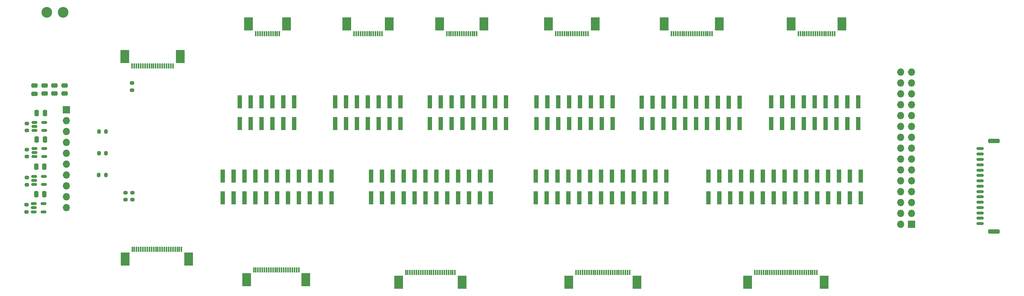
<source format=gts>
G04 #@! TF.GenerationSoftware,KiCad,Pcbnew,8.0.3*
G04 #@! TF.CreationDate,2025-06-28T13:49:22+03:00*
G04 #@! TF.ProjectId,Camera_Expansion_Board_V2.0,43616d65-7261-45f4-9578-70616e73696f,rev?*
G04 #@! TF.SameCoordinates,Original*
G04 #@! TF.FileFunction,Soldermask,Top*
G04 #@! TF.FilePolarity,Negative*
%FSLAX46Y46*%
G04 Gerber Fmt 4.6, Leading zero omitted, Abs format (unit mm)*
G04 Created by KiCad (PCBNEW 8.0.3) date 2025-06-28 13:49:22*
%MOMM*%
%LPD*%
G01*
G04 APERTURE LIST*
G04 Aperture macros list*
%AMRoundRect*
0 Rectangle with rounded corners*
0 $1 Rounding radius*
0 $2 $3 $4 $5 $6 $7 $8 $9 X,Y pos of 4 corners*
0 Add a 4 corners polygon primitive as box body*
4,1,4,$2,$3,$4,$5,$6,$7,$8,$9,$2,$3,0*
0 Add four circle primitives for the rounded corners*
1,1,$1+$1,$2,$3*
1,1,$1+$1,$4,$5*
1,1,$1+$1,$6,$7*
1,1,$1+$1,$8,$9*
0 Add four rect primitives between the rounded corners*
20,1,$1+$1,$2,$3,$4,$5,0*
20,1,$1+$1,$4,$5,$6,$7,0*
20,1,$1+$1,$6,$7,$8,$9,0*
20,1,$1+$1,$8,$9,$2,$3,0*%
G04 Aperture macros list end*
%ADD10RoundRect,0.250000X0.250000X0.475000X-0.250000X0.475000X-0.250000X-0.475000X0.250000X-0.475000X0*%
%ADD11RoundRect,0.150000X-0.512500X-0.150000X0.512500X-0.150000X0.512500X0.150000X-0.512500X0.150000X0*%
%ADD12RoundRect,0.200000X0.200000X0.275000X-0.200000X0.275000X-0.200000X-0.275000X0.200000X-0.275000X0*%
%ADD13R,1.000000X3.150000*%
%ADD14R,0.300000X1.250000*%
%ADD15R,2.000000X3.150000*%
%ADD16C,2.500000*%
%ADD17RoundRect,0.250000X-0.475000X0.250000X-0.475000X-0.250000X0.475000X-0.250000X0.475000X0.250000X0*%
%ADD18R,1.700000X1.700000*%
%ADD19O,1.700000X1.700000*%
%ADD20RoundRect,0.200000X-0.275000X0.200000X-0.275000X-0.200000X0.275000X-0.200000X0.275000X0.200000X0*%
%ADD21RoundRect,0.200000X0.275000X-0.200000X0.275000X0.200000X-0.275000X0.200000X-0.275000X-0.200000X0*%
%ADD22RoundRect,0.150000X0.700000X-0.150000X0.700000X0.150000X-0.700000X0.150000X-0.700000X-0.150000X0*%
%ADD23RoundRect,0.250000X1.100000X-0.250000X1.100000X0.250000X-1.100000X0.250000X-1.100000X-0.250000X0*%
G04 APERTURE END LIST*
D10*
X34936250Y-101458750D03*
X33036250Y-101458750D03*
D11*
X32628750Y-84698750D03*
X32628750Y-85648750D03*
X32628750Y-86598750D03*
X34903750Y-86598750D03*
X34903750Y-84698750D03*
D12*
X49308750Y-86816250D03*
X47658750Y-86816250D03*
D13*
X197233750Y-79931250D03*
X197233750Y-84981250D03*
X194693750Y-79931250D03*
X194693750Y-84981250D03*
X192153750Y-79931250D03*
X192153750Y-84981250D03*
X189613750Y-79931250D03*
X189613750Y-84981250D03*
X187073750Y-79931250D03*
X187073750Y-84981250D03*
X184533750Y-79931250D03*
X184533750Y-84981250D03*
X181993750Y-79931250D03*
X181993750Y-84981250D03*
X179453750Y-79931250D03*
X179453750Y-84981250D03*
X176913750Y-79931250D03*
X176913750Y-84981250D03*
X174373750Y-79931250D03*
X174373750Y-84981250D03*
D14*
X200773750Y-119796250D03*
X201273750Y-119796250D03*
X201773750Y-119796250D03*
X202273750Y-119796250D03*
X202773750Y-119796250D03*
X203273750Y-119796250D03*
X203773750Y-119796250D03*
X204273750Y-119796250D03*
X204773750Y-119796250D03*
X205273750Y-119796250D03*
X205773750Y-119796250D03*
X206273750Y-119796250D03*
X206773750Y-119796250D03*
X207273750Y-119796250D03*
X207773750Y-119796250D03*
X208273750Y-119796250D03*
X208773750Y-119796250D03*
X209273750Y-119796250D03*
X209773750Y-119796250D03*
X210273750Y-119796250D03*
X210773750Y-119796250D03*
X211273750Y-119796250D03*
X211773750Y-119796250D03*
X212273750Y-119796250D03*
X212773750Y-119796250D03*
X213273750Y-119796250D03*
X213773750Y-119796250D03*
X214273750Y-119796250D03*
X214773750Y-119796250D03*
X215273750Y-119796250D03*
D15*
X199083750Y-122046250D03*
X216963750Y-122046250D03*
D16*
X39308750Y-59001250D03*
X35498750Y-59001250D03*
D13*
X111190000Y-102333750D03*
X111190000Y-97283750D03*
X113730000Y-102333750D03*
X113730000Y-97283750D03*
X116270000Y-102333750D03*
X116270000Y-97283750D03*
X118810000Y-102333750D03*
X118810000Y-97283750D03*
X121350000Y-102333750D03*
X121350000Y-97283750D03*
X123890000Y-102333750D03*
X123890000Y-97283750D03*
X126430000Y-102333750D03*
X126430000Y-97283750D03*
X128970000Y-102333750D03*
X128970000Y-97283750D03*
X131510000Y-102333750D03*
X131510000Y-97283750D03*
X134050000Y-102333750D03*
X134050000Y-97283750D03*
X136590000Y-102333750D03*
X136590000Y-97283750D03*
X139130000Y-102333750D03*
X139130000Y-97283750D03*
D17*
X34956250Y-76068750D03*
X34956250Y-77968750D03*
D11*
X32548750Y-97328750D03*
X32548750Y-98278750D03*
X32548750Y-99228750D03*
X34823750Y-99228750D03*
X34823750Y-97328750D03*
D12*
X49278750Y-96996250D03*
X47628750Y-96996250D03*
D13*
X189920000Y-102333750D03*
X189920000Y-97283750D03*
X192460000Y-102333750D03*
X192460000Y-97283750D03*
X195000000Y-102333750D03*
X195000000Y-97283750D03*
X197540000Y-102333750D03*
X197540000Y-97283750D03*
X200080000Y-102333750D03*
X200080000Y-97283750D03*
X202620000Y-102333750D03*
X202620000Y-97283750D03*
X205160000Y-102333750D03*
X205160000Y-97283750D03*
X207700000Y-102333750D03*
X207700000Y-97283750D03*
X210240000Y-102333750D03*
X210240000Y-97283750D03*
X212780000Y-102333750D03*
X212780000Y-97283750D03*
X215320000Y-102333750D03*
X215320000Y-97283750D03*
X217860000Y-102333750D03*
X217860000Y-97283750D03*
X220400000Y-102333750D03*
X220400000Y-97283750D03*
X222940000Y-102333750D03*
X222940000Y-97283750D03*
X225480000Y-102333750D03*
X225480000Y-97283750D03*
D12*
X49328750Y-91926250D03*
X47678750Y-91926250D03*
D17*
X39616250Y-76078750D03*
X39616250Y-77978750D03*
D14*
X83803750Y-119196250D03*
X84303750Y-119196250D03*
X84803750Y-119196250D03*
X85303750Y-119196250D03*
X85803750Y-119196250D03*
X86303750Y-119196250D03*
X86803750Y-119196250D03*
X87303750Y-119196250D03*
X87803750Y-119196250D03*
X88303750Y-119196250D03*
X88803750Y-119196250D03*
X89303750Y-119196250D03*
X89803750Y-119196250D03*
X90303750Y-119196250D03*
X90803750Y-119196250D03*
X91303750Y-119196250D03*
X91803750Y-119196250D03*
X92303750Y-119196250D03*
X92803750Y-119196250D03*
X93303750Y-119196250D03*
X93803750Y-119196250D03*
X94303750Y-119196250D03*
D15*
X82113750Y-121446250D03*
X95993750Y-121446250D03*
D18*
X237338750Y-108503750D03*
D19*
X234798750Y-108503750D03*
X237338750Y-105963750D03*
X234798750Y-105963750D03*
X237338750Y-103423750D03*
X234798750Y-103423750D03*
X237338750Y-100883750D03*
X234798750Y-100883750D03*
X237338750Y-98343750D03*
X234798750Y-98343750D03*
X237338750Y-95803750D03*
X234798750Y-95803750D03*
X237338750Y-93263750D03*
X234798750Y-93263750D03*
X237338750Y-90723750D03*
X234798750Y-90723750D03*
X237338750Y-88183750D03*
X234798750Y-88183750D03*
X237338750Y-85643750D03*
X234798750Y-85643750D03*
X237338750Y-83103750D03*
X234798750Y-83103750D03*
X237338750Y-80563750D03*
X234798750Y-80563750D03*
X237338750Y-78023750D03*
X234798750Y-78023750D03*
X237338750Y-75483750D03*
X234798750Y-75483750D03*
X237338750Y-72943750D03*
X234798750Y-72943750D03*
D10*
X35036250Y-88708750D03*
X33136250Y-88708750D03*
D18*
X40046250Y-81738750D03*
D19*
X40046250Y-84278750D03*
X40046250Y-86818750D03*
X40046250Y-89358750D03*
X40046250Y-91898750D03*
X40046250Y-94438750D03*
X40046250Y-96978750D03*
X40046250Y-99518750D03*
X40046250Y-102058750D03*
X40046250Y-104598750D03*
D13*
X167558750Y-79891250D03*
X167558750Y-84941250D03*
X165018750Y-79891250D03*
X165018750Y-84941250D03*
X162478750Y-79891250D03*
X162478750Y-84941250D03*
X159938750Y-79891250D03*
X159938750Y-84941250D03*
X157398750Y-79891250D03*
X157398750Y-84941250D03*
X154858750Y-79891250D03*
X154858750Y-84941250D03*
X152318750Y-79891250D03*
X152318750Y-84941250D03*
X149778750Y-79891250D03*
X149778750Y-84941250D03*
D14*
X190798750Y-63931250D03*
X190298750Y-63931250D03*
X189798750Y-63931250D03*
X189298750Y-63931250D03*
X188798750Y-63931250D03*
X188298750Y-63931250D03*
X187798750Y-63931250D03*
X187298750Y-63931250D03*
X186798750Y-63931250D03*
X186298750Y-63931250D03*
X185798750Y-63931250D03*
X185298750Y-63931250D03*
X184798750Y-63931250D03*
X184298750Y-63931250D03*
X183798750Y-63931250D03*
X183298750Y-63931250D03*
X182798750Y-63931250D03*
X182298750Y-63931250D03*
X181798750Y-63931250D03*
X181298750Y-63931250D03*
D15*
X192488750Y-61681250D03*
X179608750Y-61681250D03*
D13*
X118053750Y-79911250D03*
X118053750Y-84961250D03*
X115513750Y-79911250D03*
X115513750Y-84961250D03*
X112973750Y-79911250D03*
X112973750Y-84961250D03*
X110433750Y-79911250D03*
X110433750Y-84961250D03*
X107893750Y-79911250D03*
X107893750Y-84961250D03*
X105353750Y-79911250D03*
X105353750Y-84961250D03*
X102813750Y-79911250D03*
X102813750Y-84961250D03*
D14*
X55443750Y-114361250D03*
X55943750Y-114361250D03*
X56443750Y-114361250D03*
X56943750Y-114361250D03*
X57443750Y-114361250D03*
X57943750Y-114361250D03*
X58443750Y-114361250D03*
X58943750Y-114361250D03*
X59443750Y-114361250D03*
X59943750Y-114361250D03*
X60443750Y-114361250D03*
X60943750Y-114361250D03*
X61443750Y-114361250D03*
X61943750Y-114361250D03*
X62443750Y-114361250D03*
X62943750Y-114361250D03*
X63443750Y-114361250D03*
X63943750Y-114361250D03*
X64443750Y-114361250D03*
X64943750Y-114361250D03*
X65443750Y-114361250D03*
X65943750Y-114361250D03*
X66443750Y-114361250D03*
X66943750Y-114361250D03*
D15*
X53753750Y-116611250D03*
X68633750Y-116611250D03*
D13*
X93263750Y-79891250D03*
X93263750Y-84941250D03*
X90723750Y-79891250D03*
X90723750Y-84941250D03*
X88183750Y-79891250D03*
X88183750Y-84941250D03*
X85643750Y-79891250D03*
X85643750Y-84941250D03*
X83103750Y-79891250D03*
X83103750Y-84941250D03*
X80563750Y-79891250D03*
X80563750Y-84941250D03*
D11*
X32601250Y-90788750D03*
X32601250Y-91738750D03*
X32601250Y-92688750D03*
X34876250Y-92688750D03*
X34876250Y-90788750D03*
D13*
X149640000Y-102333750D03*
X149640000Y-97283750D03*
X152180000Y-102333750D03*
X152180000Y-97283750D03*
X154720000Y-102333750D03*
X154720000Y-97283750D03*
X157260000Y-102333750D03*
X157260000Y-97283750D03*
X159800000Y-102333750D03*
X159800000Y-97283750D03*
X162340000Y-102333750D03*
X162340000Y-97283750D03*
X164880000Y-102333750D03*
X164880000Y-97283750D03*
X167420000Y-102333750D03*
X167420000Y-97283750D03*
X169960000Y-102333750D03*
X169960000Y-97283750D03*
X172500000Y-102333750D03*
X172500000Y-97283750D03*
X175040000Y-102333750D03*
X175040000Y-97283750D03*
X177580000Y-102333750D03*
X177580000Y-97283750D03*
X180120000Y-102333750D03*
X180120000Y-97283750D03*
D10*
X35046250Y-82548750D03*
X33146250Y-82548750D03*
D13*
X224883750Y-79911250D03*
X224883750Y-84961250D03*
X222343750Y-79911250D03*
X222343750Y-84961250D03*
X219803750Y-79911250D03*
X219803750Y-84961250D03*
X217263750Y-79911250D03*
X217263750Y-84961250D03*
X214723750Y-79911250D03*
X214723750Y-84961250D03*
X212183750Y-79911250D03*
X212183750Y-84961250D03*
X209643750Y-79911250D03*
X209643750Y-84961250D03*
X207103750Y-79911250D03*
X207103750Y-84961250D03*
X204563750Y-79911250D03*
X204563750Y-84961250D03*
D14*
X219406250Y-63931250D03*
X218906250Y-63931250D03*
X218406250Y-63931250D03*
X217906250Y-63931250D03*
X217406250Y-63931250D03*
X216906250Y-63931250D03*
X216406250Y-63931250D03*
X215906250Y-63931250D03*
X215406250Y-63931250D03*
X214906250Y-63931250D03*
X214406250Y-63931250D03*
X213906250Y-63931250D03*
X213406250Y-63931250D03*
X212906250Y-63931250D03*
X212406250Y-63931250D03*
X211906250Y-63931250D03*
X211406250Y-63931250D03*
X210906250Y-63931250D03*
D15*
X221096250Y-61681250D03*
X209216250Y-61681250D03*
D13*
X142703750Y-79891250D03*
X142703750Y-84941250D03*
X140163750Y-79891250D03*
X140163750Y-84941250D03*
X137623750Y-79891250D03*
X137623750Y-84941250D03*
X135083750Y-79891250D03*
X135083750Y-84941250D03*
X132543750Y-79891250D03*
X132543750Y-84941250D03*
X130003750Y-79891250D03*
X130003750Y-84941250D03*
X127463750Y-79891250D03*
X127463750Y-84941250D03*
X124923750Y-79891250D03*
X124923750Y-84941250D03*
D14*
X89806250Y-63931250D03*
X89306250Y-63931250D03*
X88806250Y-63931250D03*
X88306250Y-63931250D03*
X87806250Y-63931250D03*
X87306250Y-63931250D03*
X86806250Y-63931250D03*
X86306250Y-63931250D03*
X85806250Y-63931250D03*
X85306250Y-63931250D03*
X84806250Y-63931250D03*
X84306250Y-63931250D03*
D15*
X91496250Y-61681250D03*
X82616250Y-61681250D03*
D14*
X64928750Y-71526250D03*
X64428750Y-71526250D03*
X63928750Y-71526250D03*
X63428750Y-71526250D03*
X62928750Y-71526250D03*
X62428750Y-71526250D03*
X61928750Y-71526250D03*
X61428750Y-71526250D03*
X60928750Y-71526250D03*
X60428750Y-71526250D03*
X59928750Y-71526250D03*
X59428750Y-71526250D03*
X58928750Y-71526250D03*
X58428750Y-71526250D03*
X57928750Y-71526250D03*
X57428750Y-71526250D03*
X56928750Y-71526250D03*
X56428750Y-71526250D03*
X55928750Y-71526250D03*
X55428750Y-71526250D03*
D15*
X66618750Y-69276250D03*
X53738750Y-69276250D03*
D14*
X119283750Y-119796250D03*
X119783750Y-119796250D03*
X120283750Y-119796250D03*
X120783750Y-119796250D03*
X121283750Y-119796250D03*
X121783750Y-119796250D03*
X122283750Y-119796250D03*
X122783750Y-119796250D03*
X123283750Y-119796250D03*
X123783750Y-119796250D03*
X124283750Y-119796250D03*
X124783750Y-119796250D03*
X125283750Y-119796250D03*
X125783750Y-119796250D03*
X126283750Y-119796250D03*
X126783750Y-119796250D03*
X127283750Y-119796250D03*
X127783750Y-119796250D03*
X128283750Y-119796250D03*
X128783750Y-119796250D03*
X129283750Y-119796250D03*
X129783750Y-119796250D03*
X130283750Y-119796250D03*
X130783750Y-119796250D03*
D15*
X117593750Y-122046250D03*
X132473750Y-122046250D03*
D13*
X76530000Y-102333750D03*
X76530000Y-97283750D03*
X79070000Y-102333750D03*
X79070000Y-97283750D03*
X81610000Y-102333750D03*
X81610000Y-97283750D03*
X84150000Y-102333750D03*
X84150000Y-97283750D03*
X86690000Y-102333750D03*
X86690000Y-97283750D03*
X89230000Y-102333750D03*
X89230000Y-97283750D03*
X91770000Y-102333750D03*
X91770000Y-97283750D03*
X94310000Y-102333750D03*
X94310000Y-97283750D03*
X96850000Y-102333750D03*
X96850000Y-97283750D03*
X99390000Y-102333750D03*
X99390000Y-97283750D03*
X101930000Y-102333750D03*
X101930000Y-97283750D03*
D20*
X30856250Y-84943750D03*
X30856250Y-86593750D03*
D14*
X159056250Y-119796250D03*
X159556250Y-119796250D03*
X160056250Y-119796250D03*
X160556250Y-119796250D03*
X161056250Y-119796250D03*
X161556250Y-119796250D03*
X162056250Y-119796250D03*
X162556250Y-119796250D03*
X163056250Y-119796250D03*
X163556250Y-119796250D03*
X164056250Y-119796250D03*
X164556250Y-119796250D03*
X165056250Y-119796250D03*
X165556250Y-119796250D03*
X166056250Y-119796250D03*
X166556250Y-119796250D03*
X167056250Y-119796250D03*
X167556250Y-119796250D03*
X168056250Y-119796250D03*
X168556250Y-119796250D03*
X169056250Y-119796250D03*
X169556250Y-119796250D03*
X170056250Y-119796250D03*
X170556250Y-119796250D03*
X171056250Y-119796250D03*
X171556250Y-119796250D03*
D15*
X157366250Y-122046250D03*
X173246250Y-122046250D03*
D20*
X55423750Y-75516250D03*
X55423750Y-77166250D03*
X30886250Y-91033750D03*
X30886250Y-92683750D03*
D14*
X113728750Y-63928750D03*
X113228750Y-63928750D03*
X112728750Y-63928750D03*
X112228750Y-63928750D03*
X111728750Y-63928750D03*
X111228750Y-63928750D03*
X110728750Y-63928750D03*
X110228750Y-63928750D03*
X109728750Y-63928750D03*
X109228750Y-63928750D03*
X108728750Y-63928750D03*
X108228750Y-63928750D03*
X107728750Y-63928750D03*
X107228750Y-63928750D03*
D15*
X115418750Y-61678750D03*
X105538750Y-61678750D03*
D21*
X53893750Y-102771250D03*
X53893750Y-101121250D03*
D20*
X30746250Y-103948750D03*
X30746250Y-105598750D03*
D17*
X32596250Y-76108750D03*
X32596250Y-78008750D03*
D14*
X135861250Y-63931250D03*
X135361250Y-63931250D03*
X134861250Y-63931250D03*
X134361250Y-63931250D03*
X133861250Y-63931250D03*
X133361250Y-63931250D03*
X132861250Y-63931250D03*
X132361250Y-63931250D03*
X131861250Y-63931250D03*
X131361250Y-63931250D03*
X130861250Y-63931250D03*
X130361250Y-63931250D03*
X129861250Y-63931250D03*
X129361250Y-63931250D03*
X128861250Y-63931250D03*
D15*
X137551250Y-61681250D03*
X127171250Y-61681250D03*
D14*
X161791250Y-63931250D03*
X161291250Y-63931250D03*
X160791250Y-63931250D03*
X160291250Y-63931250D03*
X159791250Y-63931250D03*
X159291250Y-63931250D03*
X158791250Y-63931250D03*
X158291250Y-63931250D03*
X157791250Y-63931250D03*
X157291250Y-63931250D03*
X156791250Y-63931250D03*
X156291250Y-63931250D03*
X155791250Y-63931250D03*
X155291250Y-63931250D03*
X154791250Y-63931250D03*
X154291250Y-63931250D03*
D15*
X163481250Y-61681250D03*
X152601250Y-61681250D03*
D22*
X253386250Y-108351250D03*
X253386250Y-107101250D03*
X253386250Y-105851250D03*
X253386250Y-104601250D03*
X253386250Y-103351250D03*
X253386250Y-102101250D03*
X253386250Y-100851250D03*
X253386250Y-99601250D03*
X253386250Y-98351250D03*
X253386250Y-97101250D03*
X253386250Y-95851250D03*
X253386250Y-94601250D03*
X253386250Y-93351250D03*
X253386250Y-92101250D03*
X253386250Y-90851250D03*
D23*
X256586250Y-110201250D03*
X256586250Y-89001250D03*
D20*
X30816250Y-97583750D03*
X30816250Y-99233750D03*
D10*
X34936250Y-95008750D03*
X33036250Y-95008750D03*
D20*
X55443750Y-101111250D03*
X55443750Y-102761250D03*
D11*
X32491250Y-103698750D03*
X32491250Y-104648750D03*
X32491250Y-105598750D03*
X34766250Y-105598750D03*
X34766250Y-103698750D03*
D17*
X37296250Y-76078750D03*
X37296250Y-77978750D03*
M02*

</source>
